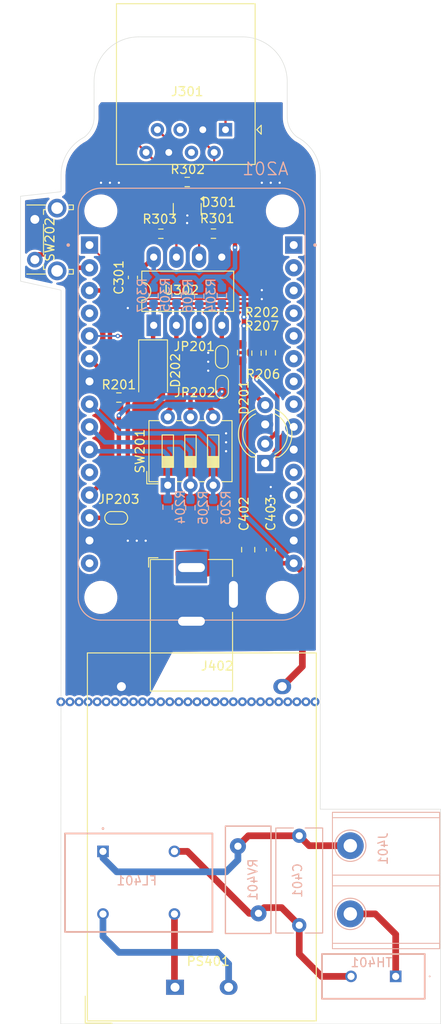
<source format=kicad_pcb>
(kicad_pcb (version 20240108) (generator "pcbnew") (generator_version "8.0")
  (layers (0 "F.Cu" signal) (31 "B.Cu" signal) (34 "B.Paste" user) (35 "F.Paste" user) (36 "B.SilkS" user "B.Silkscreen") (37 "F.SilkS" user "F.Silkscreen") (38 "B.Mask" user) (39 "F.Mask" user) (44 "Edge.Cuts" user))
  (net 0 "")
  (net 1 "/ESP8266-devkit/DIP_2")
  (net 7 "GND")
  (net 13 "/ESP8266-devkit/DIP_1")
  (net 15 "/ESP8266-devkit/DIP_3")
  (net 16 "/ESP8266-devkit/BTN_CONN")
  (net 18 "Net-(A201B-D9)")
  (net 19 "Net-(A201B-D10)")
  (net 20 "+5V")
  (net 21 "+3V3")
  (net 22 "/ESP8266-devkit/LED_1")
  (net 23 "Net-(D201-GA)")
  (net 24 "Net-(D201-BA)")
  (net 26 "Net-(C401-Pad1)")
  (net 27 "Net-(J401-Pin_1)")
  (net 28 "RX-485")
  (net 29 "/ESP8266-devkit/RXD")
  (net 30 "/ESP8266-devkit/TXD")
  (net 31 "TX-485")
  (net 32 "DE-485")
  (net 33 "A")
  (net 34 "B")
  (net 35 "Net-(D201-RA)")
  (net 36 "/ESP8266-devkit/LED_2")
  (net 37 "Net-(J401-Pin_2)")
  (net 38 "Net-(PS401-AC_2)")
  (net 39 "Net-(PS401-AC_1)")
  (footprint "Manupa:small_jumper-bridged" (layer "F.Cu") (at 241.240043 77.40972 90)
    (property "Reference" "JP201" (at 1.116378 -2.799908 0) (layer "F.SilkS"))
    (property "Value" "Jumper_2_Small_Bridged" (hide yes))
    (pad "1" smd custom (at -0.59028 0.275842 90) (size 0.825 0.5) (layers "F.Cu" "F.Mask") (net 30 "/ESP8266-devkit/TXD") (options (clearance outline) (anchor rect)) (primitives (gr_poly (pts (xy 0.4375 0.5) (xy -0.0625 0.5) (xy -0.0625 -0.5) (xy 0.4375 -0.5)) (width 0) (fill yes)) (gr_circle (center -0.0625 0) (end 0.4375 0) (width 0) (fill yes)) (gr_poly (pts (xy 0.956285 0.172044) (xy 0.166267 0.170121) (xy 0.165697 -0.196713) (xy 0.955715 -0.19479)) (width 0) (fill yes))))
    (pad "2" smd custom (at 0.49722 0.25415 90) (size 0.85 0.5) (layers "F.Cu" "F.Mask") (net 31 "TX-485") (options (clearance outline) (anchor rect)) (primitives (gr_poly (pts (xy 0.067701 0.521692) (xy -0.432299 0.521692) (xy -0.432299 -0.478308) (xy 0.067701 -0.478308)) (width 0) (fill yes)) (gr_circle (center 0.067701 0.021692) (end 0.567701 0.021692) (width 0) (fill yes))))
  )
  (footprint "Capacitor_SMD:C_0805_2012Metric_Pad1.18x1.45mm_HandSolder" (layer "F.Cu") (at 244.475 99 90)
    (property "Reference" "C402" (at 4 -0.475 -90) (layer "F.SilkS"))
    (property "Value" "10MFD/16V")
    (pad "1" smd roundrect (at -1.0375 0 90) (size 1.175 1.45) (layers "F.Cu" "F.Paste" "F.Mask") (roundrect_rratio 0.212766) (net 20 "+5V"))
    (pad "2" smd roundrect (at 1.0375 0 90) (size 1.175 1.45) (layers "F.Cu" "F.Paste" "F.Mask") (roundrect_rratio 0.212766) (net 7 "GND"))
  )
  (footprint "Button_Switch_THT:SW_Tactile_SPST_Angled_PTS645Vx39-2LFS" (layer "F.Cu") (at 220.59389 66.592407 90)
    (property "Reference" "SW202" (at 2.25 1.68 -90) (layer "F.SilkS"))
    (property "Value" "SW_Push")
    (pad "" thru_hole circle (at -1.25 2.49 90) (size 2.1 2.1) (drill 1.3) (layers "*.Cu" "*.Mask"))
    (pad "" thru_hole circle (at 5.76 2.49 90) (size 2.1 2.1) (drill 1.3) (layers "*.Cu" "*.Mask"))
    (pad "1" thru_hole circle (at 0 0 90) (size 1.75 1.75) (drill 0.99) (layers "*.Cu" "*.Mask") (net 16 "/ESP8266-devkit/BTN_CONN"))
    (pad "2" thru_hole circle (at 4.5 0 90) (size 1.75 1.75) (drill 0.99) (layers "*.Cu" "*.Mask") (net 7 "GND"))
  )
  (footprint "Resistor_SMD:R_0603_1608Metric_Pad0.98x0.95mm_HandSolder" (layer "F.Cu") (at 240.58655 63.6833)
    (property "Reference" "R301" (at 0.41345 -1.6833 0) (layer "F.SilkS"))
    (property "Value" "10K")
    (pad "1" smd roundrect (at -0.9125 0) (size 0.975 0.95) (layers "F.Cu" "F.Paste" "F.Mask") (net 33 "A"))
    (pad "2" smd roundrect (at 0.9125 0) (size 0.975 0.95) (layers "F.Cu" "F.Paste" "F.Mask") (net 20 "+5V"))
  )
  (footprint "Resistor_SMD:R_0603_1608Metric_Pad0.98x0.95mm_HandSolder" (layer "F.Cu") (at 237.6525 57.912 180)
    (property "Reference" "R302" (at -0.054888 1.414561 0) (layer "F.SilkS"))
    (property "Value" "120R")
    (pad "1" smd roundrect (at -0.9125 0 180) (size 0.975 0.95) (layers "F.Cu" "F.Paste" "F.Mask") (net 33 "A"))
    (pad "2" smd roundrect (at 0.9125 0 180) (size 0.975 0.95) (layers "F.Cu" "F.Paste" "F.Mask") (net 34 "B"))
  )
  (footprint "Resistor_SMD:R_0603_1608Metric_Pad0.98x0.95mm_HandSolder" (layer "F.Cu") (at 234.696 63.694083 180)
    (property "Reference" "R303" (at 0.119556 1.637023 180) (layer "F.SilkS"))
    (property "Value" "10K")
    (pad "1" smd roundrect (at -0.9125 0 180) (size 0.975 0.95) (layers "F.Cu" "F.Paste" "F.Mask") (net 34 "B"))
    (pad "2" smd roundrect (at 0.9125 0 180) (size 0.975 0.95) (layers "F.Cu" "F.Paste" "F.Mask") (net 7 "GND"))
  )
  (footprint "Diode_SMD:D_MELF" (layer "F.Cu") (at 233.830245 78.967652 -90)
    (property "Reference" "D202" (at 0 -2.5 90) (layer "F.SilkS"))
    (property "Value" "1N4148")
    (pad "1" smd roundrect (at -2.4 0 270) (size 1.5 2.7) (layers "F.Cu" "F.Paste" "F.Mask") (roundrect_rratio 0.1666666667) (net 28 "RX-485"))
    (pad "2" smd roundrect (at 2.4 0 270) (size 1.5 2.7) (layers "F.Cu" "F.Paste" "F.Mask") (roundrect_rratio 0.1666666667) (net 29 "/ESP8266-devkit/RXD"))
  )
  (footprint "Resistor_SMD:R_0603_1608Metric_Pad0.98x0.95mm_HandSolder" (layer "F.Cu") (at 243.800292 76.979517 90)
    (property "Reference" "R202" (at 4.490125 2.198976 0) (layer "F.SilkS"))
    (property "Value" "10K")
    (pad "1" smd roundrect (at -0.9125 0 90) (size 0.975 0.95) (layers "F.Cu" "F.Paste" "F.Mask") (net 35 "Net-(D201-RA)"))
    (pad "2" smd roundrect (at 0.9125 0 90) (size 0.975 0.95) (layers "F.Cu" "F.Paste" "F.Mask") (net 20 "+5V"))
  )
  (footprint "Resistor_SMD:R_0603_1608Metric_Pad0.98x0.95mm_HandSolder" (layer "F.Cu") (at 247 77 90)
    (property "Reference" "R206" (at -2.397789 -0.862067 0) (layer "F.SilkS"))
    (property "Value" "1K")
    (pad "1" smd roundrect (at -0.9125 0 90) (size 0.975 0.95) (layers "F.Cu" "F.Paste" "F.Mask") (net 23 "Net-(D201-GA)"))
    (pad "2" smd roundrect (at 0.9125 0 90) (size 0.975 0.95) (layers "F.Cu" "F.Paste" "F.Mask") (net 22 "/ESP8266-devkit/LED_1"))
  )
  (footprint "Button_Switch_THT:SW_DIP_SPSTx03_Slide_6.7x9.18mm_W7.62mm_P2.54mm_LowProfile" (layer "F.Cu") (at 235.475 91.8 90)
    (property "Reference" "SW201" (at 3.81 -3.11 -90) (layer "F.SilkS"))
    (property "Value" "SW_DIP_x03")
    (pad "1" thru_hole rect (at 0 0 90) (size 1.6 1.6) (drill 0.8) (layers "*.Cu" "*.Mask") (net 15 "/ESP8266-devkit/DIP_3"))
    (pad "2" thru_hole oval (at 0 2.54 90) (size 1.6 1.6) (drill 0.8) (layers "*.Cu" "*.Mask") (net 1 "/ESP8266-devkit/DIP_2"))
    (pad "3" thru_hole oval (at 0 5.08 90) (size 1.6 1.6) (drill 0.8) (layers "*.Cu" "*.Mask") (net 13 "/ESP8266-devkit/DIP_1"))
    (pad "4" thru_hole oval (at 7.62 5.08 90) (size 1.6 1.6) (drill 0.8) (layers "*.Cu" "*.Mask") (net 21 "+3V3"))
    (pad "5" thru_hole oval (at 7.62 2.54 90) (size 1.6 1.6) (drill 0.8) (layers "*.Cu" "*.Mask") (net 21 "+3V3"))
    (pad "6" thru_hole oval (at 7.62 0 90) (size 1.6 1.6) (drill 0.8) (layers "*.Cu" "*.Mask") (net 21 "+3V3"))
  )
  (footprint "Converter_ACDC:Converter_ACDC_Hi-Link_HLK-5Mxx" (layer "F.Cu") (at 236.285 147.9 90)
    (property "Reference" "PS401" (at 2.9 3.715 0) (layer "F.SilkS"))
    (property "Value" "HLK-5M05")
    (pad "1" thru_hole rect (at 0 0 90) (size 1.7 2) (drill 1) (layers "*.Cu" "*.Mask") (net 39 "Net-(PS401-AC_1)"))
    (pad "2" thru_hole oval (at 0 6 90) (size 1.7 2) (drill 1) (layers "*.Cu" "*.Mask") (net 38 "Net-(PS401-AC_2)"))
    (pad "3" thru_hole oval (at 33.6 -6 90) (size 1.7 2) (drill 1) (layers "*.Cu" "*.Mask") (net 7 "GND"))
    (pad "4" thru_hole oval (at 33.6 12 90) (size 1.7 2) (drill 1) (layers "*.Cu" "*.Mask") (net 20 "+5V"))
  )
  (footprint "Package_DIP:DIP-8_W7.62mm_LongPads" (layer "F.Cu") (at 233.898079 73.929 90)
    (property "Reference" "U302" (at 3.929 3.101921 0) (layer "F.SilkS"))
    (property "Value" "MAX485E")
    (pad "1" thru_hole rect (at 0 0 90) (size 2.4 1.6) (drill 0.8) (layers "*.Cu" "*.Mask") (net 28 "RX-485"))
    (pad "2" thru_hole oval (at 0 2.54 90) (size 2.4 1.6) (drill 0.8) (layers "*.Cu" "*.Mask") (net 32 "DE-485"))
    (pad "3" thru_hole oval (at 0 5.08 90) (size 2.4 1.6) (drill 0.8) (layers "*.Cu" "*.Mask") (net 32 "DE-485"))
    (pad "4" thru_hole oval (at 0 7.62 90) (size 2.4 1.6) (drill 0.8) (layers "*.Cu" "*.Mask") (net 31 "TX-485"))
    (pad "5" thru_hole oval (at 7.62 7.62 90) (size 2.4 1.6) (drill 0.8) (layers "*.Cu" "*.Mask") (net 7 "GND"))
    (pad "6" thru_hole oval (at 7.62 5.08 90) (size 2.4 1.6) (drill 0.8) (layers "*.Cu" "*.Mask") (net 33 "A"))
    (pad "7" thru_hole oval (at 7.62 2.54 90) (size 2.4 1.6) (drill 0.8) (layers "*.Cu" "*.Mask") (net 34 "B"))
    (pad "8" thru_hole oval (at 7.62 0 90) (size 2.4 1.6) (drill 0.8) (layers "*.Cu" "*.Mask") (net 20 "+5V"))
  )
  (footprint "LED_THT:LED_D5.0mm-4_RGB_Wide_Pins" (layer "F.Cu") (at 246.376298 89.318 90)
    (property "Reference" "D201" (at 7.318 -2.376298 90) (layer "F.SilkS"))
    (property "Value" "LED_BGKR")
    (pad "1" thru_hole rect (at 0 0 90) (size 1.8 1.8) (drill 0.9) (layers "*.Cu" "*.Mask") (net 24 "Net-(D201-BA)"))
    (pad "2" thru_hole circle (at 2.159 0 90) (size 1.8 1.8) (drill 0.9) (layers "*.Cu" "*.Mask") (net 23 "Net-(D201-GA)"))
    (pad "3" thru_hole circle (at 4.318 0 90) (size 1.8 1.8) (drill 0.9) (layers "*.Cu" "*.Mask") (net 7 "GND"))
    (pad "4" thru_hole circle (at 6.477 0 90) (size 1.8 1.8) (drill 0.9) (layers "*.Cu" "*.Mask") (net 35 "Net-(D201-RA)"))
  )
  (footprint "Manupa:small_jumper" (layer "F.Cu") (at 241.265384 80.753052 90)
    (property "Reference" "JP202" (at -0.685377 -2.77648 0) (layer "F.SilkS"))
    (property "Value" "SolderJumper_2_Open" (hide yes))
    (pad "1" smd custom (at -0.59028 0.275842 90) (size 0.825 0.5) (layers "F.Cu" "F.Mask") (net 18 "Net-(A201B-D9)") (options (clearance outline) (anchor rect)) (primitives (gr_poly (pts (xy 0.4375 0.5) (xy -0.0625 0.5) (xy -0.0625 -0.5) (xy 0.4375 -0.5)) (width 0) (fill yes)) (gr_circle (center -0.0625 0) (end 0.4375 0) (width 0) (fill yes))))
    (pad "2" smd custom (at 0.49722 0.25415 90) (size 0.85 0.5) (layers "F.Cu" "F.Mask") (net 30 "/ESP8266-devkit/TXD") (options (clearance outline) (anchor rect)) (primitives (gr_poly (pts (xy 0.067701 0.521692) (xy -0.432299 0.521692) (xy -0.432299 -0.478308) (xy 0.067701 -0.478308)) (width 0) (fill yes)) (gr_circle (center 0.067701 0.021692) (end 0.567701 0.021692) (width 0) (fill yes))))
  )
  (footprint "Resistor_SMD:R_0603_1608Metric_Pad0.98x0.95mm_HandSolder" (layer "F.Cu") (at 230 82)
    (property "Reference" "R201" (at 0 -1.43 0) (layer "F.SilkS"))
    (property "Value" "10K")
    (pad "1" smd roundrect (at -0.9125 0) (size 0.975 0.95) (layers "F.Cu" "F.Paste" "F.Mask") (net 21 "+3V3"))
    (pad "2" smd roundrect (at 0.9125 0) (size 0.975 0.95) (layers "F.Cu" "F.Paste" "F.Mask") (net 29 "/ESP8266-devkit/RXD"))
  )
  (footprint "Capacitor_SMD:C_0603_1608Metric_Pad1.08x0.95mm_HandSolder" (layer "F.Cu") (at 247.015 99 90)
    (property "Reference" "C403" (at 4 -0.015 -90) (layer "F.SilkS"))
    (property "Value" "0.1MFD/16V")
    (pad "1" smd roundrect (at -0.8625 0 90) (size 1.075 0.95) (layers "F.Cu" "F.Paste" "F.Mask") (net 20 "+5V"))
    (pad "2" smd roundrect (at 0.8625 0 90) (size 1.075 0.95) (layers "F.Cu" "F.Paste" "F.Mask") (net 7 "GND"))
  )
  (footprint "Connector_RJ:RJ45_Amphenol_54602-x08_Horizontal" (layer "F.Cu") (at 241.935 52.07 180)
    (property "Reference" "J301" (at 4.286134 4.263125 180) (layer "F.SilkS"))
    (property "Value" "RJ45")
    (pad "" np_thru_hole circle (at -1.27 6.35 180) (size 3.2 3.2) (drill 3.2) (layers "*.Cu" "*.Mask"))
    (pad "" np_thru_hole circle (at 10.16 6.35 180) (size 3.2 3.2) (drill 3.2) (layers "*.Cu" "*.Mask"))
    (pad "1" thru_hole rect (at 0 0 180) (size 1.5 1.5) (drill 0.76) (layers "*.Cu" "*.Mask") (net 34 "B"))
    (pad "2" thru_hole circle (at 1.27 -2.54 180) (size 1.5 1.5) (drill 0.76) (layers "*.Cu" "*.Mask") (net 33 "A"))
    (pad "3" thru_hole circle (at 2.54 0 180) (size 1.5 1.5) (drill 0.76) (layers "*.Cu" "*.Mask") (net 7 "GND"))
    (pad "4" thru_hole circle (at 3.81 -2.54 180) (size 1.5 1.5) (drill 0.76) (layers "*.Cu" "*.Mask"))
    (pad "5" thru_hole circle (at 5.08 0 180) (size 1.5 1.5) (drill 0.76) (layers "*.Cu" "*.Mask"))
    (pad "6" thru_hole circle (at 6.35 -2.54 180) (size 1.5 1.5) (drill 0.76) (layers "*.Cu" "*.Mask") (net 7 "GND"))
    (pad "7" thru_hole circle (at 7.62 0 180) (size 1.5 1.5) (drill 0.76) (layers "*.Cu" "*.Mask") (net 33 "A"))
    (pad "8" thru_hole circle (at 8.89 -2.54 180) (size 1.5 1.5) (drill 0.76) (layers "*.Cu" "*.Mask") (net 34 "B"))
  )
  (footprint "Resistor_SMD:R_0603_1608Metric_Pad0.98x0.95mm_HandSolder" (layer "F.Cu") (at 245.406404 77.04064 90)
    (property "Reference" "R207" (at 3.04064 0.593596 0) (layer "F.SilkS"))
    (property "Value" "1K")
    (pad "1" smd roundrect (at -0.9125 0 90) (size 0.975 0.95) (layers "F.Cu" "F.Paste" "F.Mask") (net 24 "Net-(D201-BA)"))
    (pad "2" smd roundrect (at 0.9125 0 90) (size 0.975 0.95) (layers "F.Cu" "F.Paste" "F.Mask") (net 36 "/ESP8266-devkit/LED_2"))
  )
  (footprint "Package_TO_SOT_SMD:SOT-23" (layer "F.Cu") (at 237.6525 60.96 -90)
    (property "Reference" "D301" (at -0.775655 -3.536966 0) (layer "F.SilkS"))
    (property "Value" "SM712_SOT23")
    (pad "1" smd roundrect (at -0.9375 -0.95 270) (size 1.475 0.6) (layers "F.Cu" "F.Paste" "F.Mask") (net 33 "A"))
    (pad "2" smd roundrect (at -0.9375 0.95 270) (size 1.475 0.6) (layers "F.Cu" "F.Paste" "F.Mask") (net 34 "B"))
    (pad "3" smd roundrect (at 0.9375 0 270) (size 1.475 0.6) (layers "F.Cu" "F.Paste" "F.Mask") (net 7 "GND"))
  )
  (footprint "Connector_BarrelJack:BarrelJack_Horizontal" (layer "F.Cu") (at 238.125 101 90)
    (property "Reference" "J402" (at -11 2.875 0) (layer "F.SilkS"))
    (property "Value" "Barrel_Jack_Switch_Pin3Ring" (hide yes))
    (pad "1" thru_hole rect (at 0 0 90) (size 3.5 3.5) (drill oval 1 3) (layers "*.Cu" "*.Mask") (net 20 "+5V"))
    (pad "2" thru_hole roundrect (at -6 0 90) (size 3 3.5) (drill oval 1 3) (layers "*.Cu" "*.Mask") (net 7 "GND"))
    (pad "3" thru_hole roundrect (at -3 4.7 90) (size 3.5 3.5) (drill oval 3 1) (layers "*.Cu" "*.Mask") (net 7 "GND"))
  )
  (footprint "Manupa:small_jumper" (layer "F.Cu") (at 229.745676 95.164571)
    (property "Reference" "JP203" (at 0.254324 -1.8 0) (layer "F.SilkS"))
    (property "Value" "SolderJumper_2_Open" (hide yes))
    (pad "1" smd custom (at -0.59028 0.275842) (size 0.825 0.5) (layers "F.Cu" "F.Mask") (net 19 "Net-(A201B-D10)") (options (clearance outline) (anchor rect)) (primitives (gr_poly (pts (xy 0.4375 0.5) (xy -0.0625 0.5) (xy -0.0625 -0.5) (xy 0.4375 -0.5)) (width 0) (fill yes)) (gr_circle (center -0.0625 0) (end 0.4375 0) (width 0) (fill yes))))
    (pad "2" smd custom (at 0.49722 0.25415) (size 0.85 0.5) (layers "F.Cu" "F.Mask") (net 29 "/ESP8266-devkit/RXD") (options (clearance outline) (anchor rect)) (primitives (gr_poly (pts (xy 0.067701 0.521692) (xy -0.432299 0.521692) (xy -0.432299 -0.478308) (xy 0.067701 -0.478308)) (width 0) (fill yes)) (gr_circle (center 0.067701 0.021692) (end 0.567701 0.021692) (width 0) (fill yes))))
  )
  (footprint "Capacitor_SMD:C_0603_1608Metric_Pad1.08x0.95mm_HandSolder" (layer "F.Cu") (at 231.572806 68.58 -90)
    (property "Reference" "C301" (at 0 1.572806 90) (layer "F.SilkS"))
    (property "Value" "0.1MFD/16V")
    (pad "1" smd roundrect (at -0.8625 0 270) (size 1.075 0.95) (layers "F.Cu" "F.Paste" "F.Mask") (net 20 "+5V"))
    (pad "2" smd roundrect (at 0.8625 0 270) (size 1.075 0.95) (layers "F.Cu" "F.Paste" "F.Mask") (net 7 "GND"))
  )
  (footprint "Resistor_SMD:R_0603_1608Metric_Pad0.98x0.95mm_HandSolder" (layer "B.Cu") (at 241.527483 70.612816 90)
    (property "Reference" "R304" (at 0.027837 -1.22268 90) (layer "B.SilkS") (effects (justify mirror)))
    (property "Value" "10K")
    (pad "1" smd roundrect (at -0.9125 0 90) (size 0.975 0.95) (layers "B.Cu" "B.Paste" "B.Mask") (net 31 "TX-485"))
    (pad "2" smd roundrect (at 0.9125 0 90) (size 0.975 0.95) (layers "B.Cu" "B.Paste" "B.Mask") (net 20 "+5V"))
  )
  (footprint "Resistor_SMD:R_0603_1608Metric_Pad0.98x0.95mm_HandSolder" (layer "B.Cu") (at 240.551953 94.313039 90)
    (property "Reference" "R203" (at 0 1.43 -90) (layer "B.SilkS") (effects (justify mirror)))
    (property "Value" "10K")
    (pad "1" smd roundrect (at -0.9125 0 90) (size 0.975 0.95) (layers "B.Cu" "B.Paste" "B.Mask") (net 7 "GND"))
    (pad "2" smd roundrect (at 0.9125 0 90) (size 0.975 0.95) (layers "B.Cu" "B.Paste" "B.Mask") (net 13 "/ESP8266-devkit/DIP_1"))
  )
  (footprint "Resistor_SMD:R_0603_1608Metric_Pad0.98x0.95mm_HandSolder" (layer "B.Cu") (at 238.991461 70.67751 90)
    (property "Reference" "R306" (at 0.051891 -1.28765 90) (layer "B.SilkS") (effects (justify mirror)))
    (property "Value" "10K")
    (pad "1" smd roundrect (at -0.9125 0 90) (size 0.975 0.95) (layers "B.Cu" "B.Paste" "B.Mask") (net 32 "DE-485"))
    (pad "2" smd roundrect (at 0.9125 0 90) (size 0.975 0.95) (layers "B.Cu" "B.Paste" "B.Mask") (net 20 "+5V"))
  )
  (footprint "Resistor_SMD:R_0603_1608Metric_Pad0.98x0.95mm_HandSolder" (layer "B.Cu") (at 236.454468 70.556285 90)
    (property "Reference" "R305" (at 0.048378 -1.264966 90) (layer "B.SilkS") (effects (justify mirror)))
    (property "Value" "10K")
    (pad "1" smd roundrect (at -0.9125 0 90) (size 0.975 0.95) (layers "B.Cu" "B.Paste" "B.Mask") (net 32 "DE-485"))
    (pad "2" smd roundrect (at 0.9125 0 90) (size 0.975 0.95) (layers "B.Cu" "B.Paste" "B.Mask") (net 20 "+5V"))
  )
  (footprint "Varistor:RV_Disc_D12mm_W5.1mm_P7.5mm" (layer "B.Cu") (at 243.325 132.14 -90)
    (property "Reference" "RV401" (at 3.75 -1.675 90) (layer "B.SilkS") (effects (justify mirror)))
    (property "Value" "10D561")
    (pad "1" thru_hole circle (at 0 0 270) (size 1.8 1.8) (drill 0.8) (layers "*.Cu" "*.Mask") (net 27 "Net-(J401-Pin_1)"))
    (pad "2" thru_hole circle (at 7.5 -2.3 270) (size 1.8 1.8) (drill 0.8) (layers "*.Cu" "*.Mask") (net 26 "Net-(C401-Pad1)"))
  )
  (footprint "Resistor_SMD:R_0603_1608Metric_Pad0.98x0.95mm_HandSolder" (layer "B.Cu") (at 233.880602 70.612816 90)
    (property "Reference" "R307" (at 0.036155 -1.275718 90) (layer "B.SilkS") (effects (justify mirror)))
    (property "Value" "10K")
    (pad "1" smd roundrect (at -0.9125 0 90) (size 0.975 0.95) (layers "B.Cu" "B.Paste" "B.Mask") (net 28 "RX-485"))
    (pad "2" smd roundrect (at 0.9125 0 90) (size 0.975 0.95) (layers "B.Cu" "B.Paste" "B.Mask") (net 20 "+5V"))
  )
  (footprint "footprints:B57236S0250M000" (layer "B.Cu") (at 260.985 146.685 180)
    (property "Reference" "TH401" (at 2.718171 1.544251 180) (layer "B.SilkS") (effects (justify mirror)))
    (property "Value" "Thermistor" (hide yes))
    (pad "1" thru_hole rect (at 0 0 180) (size 1.3 1.3) (drill 0.8) (layers "*.Cu" "*.Mask") (net 37 "Net-(J401-Pin_2)"))
    (pad "2" thru_hole circle (at 5 0 180) (size 1.3 1.3) (drill 0.8) (layers "*.Cu" "*.Mask") (net 26 "Net-(C401-Pad1)"))
  )
  (footprint "Resistor_SMD:R_0603_1608Metric_Pad0.98x0.95mm_HandSolder" (layer "B.Cu") (at 238 94.313039 90)
    (property "Reference" "R205" (at 0 1.43 -90) (layer "B.SilkS") (effects (justify mirror)))
    (property "Value" "10K")
    (pad "1" smd roundrect (at -0.9125 0 90) (size 0.975 0.95) (layers "B.Cu" "B.Paste" "B.Mask") (net 7 "GND"))
    (pad "2" smd roundrect (at 0.9125 0 90) (size 0.975 0.95) (layers "B.Cu" "B.Paste" "B.Mask") (net 1 "/ESP8266-devkit/DIP_2"))
  )
  (footprint "Resistor_SMD:R_0603_1608Metric_Pad0.98x0.95mm_HandSolder" (layer "B.Cu") (at 235.452129 94.240538 90)
    (property "Reference" "R204" (at 0 1.43 -90) (layer "B.SilkS") (effects (justify mirror)))
    (property "Value" "10K")
    (pad "1" smd roundrect (at -0.9125 0 90) (size 0.975 0.95) (layers "B.Cu" "B.Paste" "B.Mask") (net 7 "GND"))
    (pad "2" smd roundrect (at 0.9125 0 90) (size 0.975 0.95) (layers "B.Cu" "B.Paste" "B.Mask") (net 15 "/ESP8266-devkit/DIP_3"))
  )
  (footprint "113990105:SEEED_113990105" (layer "B.Cu") (at 238.141075 82.738728 180)
    (property "Reference" "A201" (at -8.255 26.289 180) (layer "B.SilkS") (effects (font (size 1.4 1.4)) (justify mirror)))
    (property "Value" "113990105")
    (pad "" np_thru_hole circle (at -10.16 -21.59 180) (size 3.2 3.2) (drill 3.2) (layers "*.Cu" "*.Mask"))
    (pad "" np_thru_hole circle (at -10.16 21.59 180) (size 3.2 3.2) (drill 3.2) (layers "*.Cu" "*.Mask"))
    (pad "" np_thru_hole circle (at 10.16 -21.59 180) (size 3.2 3.2) (drill 3.2) (layers "*.Cu" "*.Mask"))
    (pad "" np_thru_hole circle (at 10.16 21.59 180) (size 3.2 3.2) (drill 3.2) (layers "*.Cu" "*.Mask"))
    (pad "J1_1" thru_hole rect (at -11.43 17.78 180) (size 1.93 1.93) (drill 0.889) (layers "*.Cu" "*.Mask"))
    (pad "J1_2" thru_hole circle (at -11.43 15.24 180) (size 1.93 1.93) (drill 0.889) (layers "*.Cu" "*.Mask"))
    (pad "J1_3" thru_hole circle (at -11.43 12.7 180) (size 1.93 1.93) (drill 0.889) (layers "*.Cu" "*.Mask"))
    (pad "J1_4" thru_hole circle (at -11.43 10.16 180) (size 1.93 1.93) (drill 0.889) (layers "*.Cu" "*.Mask"))
    (pad "J1_5" thru_hole circle (at -11.43 7.62 180) (size 1.93 1.93) (drill 0.889) (layers "*.Cu" "*.Mask"))
    (pad "J1_6" thru_hole circle (at -11.43 5.08 180) (size 1.93 1.93) (drill 0.889) (layers "*.Cu" "*.Mask"))
    (pad "J1_7" thru_hole circle (at -11.43 2.54 180) (size 1.93 1.93) (drill 0.889) (layers "*.Cu" "*.Mask"))
    (pad "J1_8" thru_hole circle (at -11.43 0 180) (size 1.93 1.93) (drill 0.889) (layers "*.Cu" "*.Mask"))
    (pad "J1_9" thru_hole circle (at -11.43 -2.54 180) (size 1.93 1.93) (drill 0.889) (layers "*.Cu" "*.Mask"))
    (pad "J1_10" thru_hole circle (at -11.43 -5.08 180) (size 1.93 1.93) (drill 0.889) (layers "*.Cu" "*.Mask") (net 7 "GND"))
    (pad "J1_11" thru_hole circle (at -11.43 -7.62 180) (size 1.93 1.93) (drill 0.889) (layers "*.Cu" "*.Mask"))
    (pad "J1_12" thru_hole circle (at -11.43 -10.16 180) (size 1.93 1.93) (drill 0.889) (layers "*.Cu" "*.Mask"))
    (pad "J1_13" thru_hole circle (at -11.43 -12.7 180) (size 1.93 1.93) (drill 0.889) (layers "*.Cu" "*.Mask"))
    (pad "J1_14" thru_hole circle (at -11.43 -15.24 180) (size 1.93 1.93) (drill 0.889) (layers "*.Cu" "*.Mask") (net 7 "GND"))
    (pad "J1_15" thru_hole circle (at -11.43 -17.78 180) (size 1.93 1.93) (drill 0.889) (layers "*.Cu" "*.Mask") (net 20 "+5V"))
    (pad "J2_1" thru_hole rect (at 11.43 17.78 180) (size 1.93 1.93) (drill 0.889) (layers "*.Cu" "*.Mask") (net 22 "/ESP8266-devkit/LED_1"))
    (pad "J2_2" thru_hole circle (at 11.43 15.24 180) (size 1.93 1.93) (drill 0.889) (layers "*.Cu" "*.Mask") (net 16 "/ESP8266-devkit/BTN_CONN"))
    (pad "J2_3" thru_hole circle (at 11.43 12.7 180) (size 1.93 1.93) (drill 0.889) (layers "*.Cu" "*.Mask") (net 32 "DE-485"))
    (pad "J2_4" thru_hole circle (at 11.43 10.16 180) (size 1.93 1.93) (drill 0.889) (layers "*.Cu" "*.Mask"))
    (pad "J2_5" thru_hole circle (at 11.43 7.62 180) (size 1.93 1.93) (drill 0.889) (layers "*.Cu" "*.Mask") (net 36 "/ESP8266-devkit/LED_2"))
    (pad "J2_6" thru_hole circle (at 11.43 5.08 180) (size 1.93 1.93) (drill 0.889) (layers "*.Cu" "*.Mask") (net 21 "+3V3"))
    (pad "J2_7" thru_hole circle (at 11.43 2.54 180) (size 1.93 1.93) (drill 0.889) (layers "*.Cu" "*.Mask") (net 7 "GND"))
    (pad "J2_8" thru_hole circle (at 11.43 0 180) (size 1.93 1.93) (drill 0.889) (layers "*.Cu" "*.Mask") (net 13 "/ESP8266-devkit/DIP_1"))
    (pad "J2_9" thru_hole circle (at 11.43 -2.54 180) (size 1.93 1.93) (drill 0.889) (layers "*.Cu" "*.Mask") (net 1 "/ESP8266-devkit/DIP_2"))
    (pad "J2_10" thru_hole circle (at 11.43 -5.08 180) (size 1.93 1.93) (drill 0.889) (layers "*.Cu" "*.Mask") (net 15 "/ESP8266-devkit/DIP_3"))
    (pad "J2_11" thru_hole circle (at 11.43 -7.62 180) (size 1.93 1.93) (drill 0.889) (layers "*.Cu" "*.Mask"))
    (pad "J2_12" thru_hole circle (at 11.43 -10.16 180) (size 1.93 1.93) (drill 0.889) (layers "*.Cu" "*.Mask") (net 18 "Net-(A201B-D9)"))
    (pad "J2_13" thru_hole circle (at 11.43 -12.7 180) (size 1.93 1.93) (drill 0.889) (layers "*.Cu" "*.Mask") (net 19 "Net-(A201B-D10)"))
    (pad "J2_14" thru_hole circle (at 11.43 -15.24 180) (size 1.93 1.93) (drill 0.889) (layers "*.Cu" "*.Mask") (net 7 "GND"))
    (pad "J2_15" thru_hole circle (at 11.43 -17.78 180) (size 1.93 1.93) (drill 0.889) (layers "*.Cu" "*.Mask") (net 21 "+3V3"))
  )
  (footprint "footprints:P=7.62mm Barrier Terminal Blocks azend" (layer "B.Cu") (at 266.255 135.92 90)
    (property "Reference" "J401" (at 3.5 -6.675 90) (layer "B.SilkS") (effects (justify mirror)))
    (property "Value" "7.62mm 2-Pin Screw Terminal")
    (pad "1" thru_hole circle (at 3.84 -10.35 90) (size 3 3) (drill 1.5) (layers "*.Cu" "*.Mask") (net 27 "Net-(J401-Pin_1)"))
    (pad "2" thru_hole circle (at -3.78 -10.35 90) (size 3 3) (drill 1.5) (layers "*.Cu" "*.Mask") (net 37 "Net-(J401-Pin_2)"))
  )
  (footprint "Capacitor_THT:C_Rect_L11.5mm_W5.0mm_P10.00mm_MKT" (layer "B.Cu") (at 250.19 140.97 90)
    (property "Reference" "C401" (at 5 -0.19 -90) (layer "B.SilkS") (effects (justify mirror)))
    (property "Value" "0.1MFD/250VAC")
    (pad "1" thru_hole circle (at 0 0 90) (size 1.6 1.6) (drill 0.8) (layers "*.Cu" "*.Mask") (net 26 "Net-(C401-Pad1)"))
    (pad "2" thru_hole circle (at 10 0 90) (size 1.6 1.6) (drill 0.8) (layers "*.Cu" "*.Mask") (net 27 "Net-(J401-Pin_1)"))
  )
  (footprint "Manupa:B82730U3951A020" (layer "B.Cu") (at 228.22 132.715)
    (property "Reference" "FL401" (at 3.78 3.285 180) (layer "B.SilkS") (effects (justify mirror)))
    (property "Value" "10mH" (hide yes))
    (pad "1" thru_hole rect (at 0 0) (size 1.3 1.3) (drill 0.8) (layers "*.Cu" "*.Mask") (net 27 "Net-(J401-Pin_1)"))
    (pad "2" thru_hole circle (at 8 0) (size 1.3 1.3) (drill 0.8) (layers "*.Cu" "*.Mask") (net 26 "Net-(C401-Pad1)"))
    (pad "3" thru_hole circle (at 8 7) (size 1.3 1.3) (drill 0.8) (layers "*.Cu" "*.Mask") (net 39 "Net-(PS401-AC_1)"))
    (pad "4" thru_hole circle (at 0 7) (size 1.3 1.3) (drill 0.8) (layers "*.Cu" "*.Mask") (net 38 "Net-(PS401-AC_2)"))
  )
  (gr_line (start 219 69) (end 223.527833 70) (stroke (width 0.05)) (layer "Edge.Cuts"))
  (gr_line (start 227.22264 46.695836) (end 227.226851 50.698479) (stroke (width 0.05)) (layer "Edge.Cuts"))
  (gr_arc (start 227.22264 46.695836) (mid 228.687106 43.160302) (end 232.22264 41.695836) (stroke (width 0.05)) (layer "Edge.Cuts"))
  (gr_line (start 223.494367 152) (end 223.527833 107.160302) (stroke (width 0.05)) (layer "Edge.Cuts"))
  (gr_line (start 219 69) (end 219 59.5) (stroke (width 0.05)) (layer "Edge.Cuts"))
  (gr_line (start 248.843599 46.695836) (end 248.843166 50.700595) (stroke (width 0.05)) (layer "Edge.Cuts"))
  (gr_line (start 219 59.5) (end 223.527833 59) (stroke (width 0.05)) (layer "Edge.Cuts"))
  (gr_line (start 266 152) (end 223.494367 152) (stroke (width 0.05)) (layer "Edge.Cuts"))
  (gr_arc (start 249.967294 52.903422) (mid 249.149749 51.932547) (end 248.844414 50.700577) (stroke (width 0.05)) (layer "Edge.Cuts"))
  (gr_line (start 232.22264 41.695836) (end 243.843599 41.695836) (stroke (width 0.05)) (layer "Edge.Cuts"))
  (gr_arc (start 243.843599 41.695836) (mid 247.379133 43.160302) (end 248.843599 46.695836) (stroke (width 0.05)) (layer "Edge.Cuts"))
  (gr_arc (start 223.527833 57.160302) (mid 224.222247 54.678738) (end 226.10378 52.917998) (stroke (width 0.05)) (layer "Edge.Cuts"))
  (gr_line (start 252.542089 109.115504) (end 252.54324 57.145727) (stroke (width 0.05)) (layer "Edge.Cuts"))
  (gr_arc (start 227.226851 50.698479) (mid 226.9251 51.939688) (end 226.10378 52.917997) (stroke (width 0.05)) (layer "Edge.Cuts"))
  (gr_line (start 223.527833 59) (end 223.527833 57.160302) (stroke (width 0.05)) (layer "Edge.Cuts"))
  (gr_line (start 252.542089 109.115504) (end 252.543205 128) (stroke (width 0.05)) (layer "Edge.Cuts"))
  (gr_arc (start 249.967293 52.903423) (mid 251.848826 54.664163) (end 252.54324 57.145727) (stroke (width 0.05)) (layer "Edge.Cuts"))
  (gr_line (start 252.543205 128) (end 266 128) (stroke (width 0.05)) (layer "Edge.Cuts"))
  (gr_line (start 266 128) (end 266 152) (stroke (width 0.05)) (layer "Edge.Cuts"))
  (gr_line (start 223.527833 107.160302) (end 223.527833 70) (stroke (width 0.05)) (layer "Edge.Cuts"))
  (via (at 235.696 116) (size 1) (drill 0.5) (layers "F.Cu" "B.Cu") (net 0))
  (via (at 225.536 116) (size 1) (drill 0.5) (layers "F.Cu" "B.Cu") (net 0))
  (via (at 239.76 116) (size 1) (drill 0.5) (layers "F.Cu" "B.Cu") (net 0))
  (via (at 248.904 116) (size 1) (drill 0.5) (layers "F.Cu" "B.Cu") (net 0))
  (via (at 246.872 116) (size 1) (drill 0.5) (layers "F.Cu" "B.Cu") (net 0))
  (via (at 249.92 116) (size 1) (drill 0.5) (layers "F.Cu" "B.Cu") (net 0))
  (via (at 251.952 116) (size 1) (drill 0.5) (layers "F.Cu" "B.Cu") (net 0))
  (via (at 243.824 116) (size 1) (drill 0.5) (layers "F.Cu" "B.Cu") (net 0))
  (via (at 232.648 116) (size 1) (drill 0.5) (layers "F.Cu" "B.Cu") (net 0))
  (via (at 247.888 116) (size 1) (drill 0.5) (layers "F.Cu" "B.Cu") (net 0))
  (via (at 241.792 116) (size 1) (drill 0.5) (layers "F.Cu" "B.Cu") (net 0))
  (via (at 224.52 116) (size 1) (drill 0.5) (layers "F.Cu" "B.Cu") (net 0))
  (via (at 240.776 116) (size 1) (drill 0.5) (layers "F.Cu" "B.Cu") (net 0))
  (via (at 237.728 116) (size 1) (drill 0.5) (layers "F.Cu" "B.Cu") (net 0))
  (via (at 250.936 116) (size 1) (drill 0.5) (layers "F.Cu" "B.Cu") (net 0))
  (via (at 230.616 116) (size 1) (drill 0.5) (layers "F.Cu" "B.Cu") (net 0))
  (via (at 231.632 116) (size 1) (drill 0.5) (layers "F.Cu" "B.Cu") (net 0))
  (via (at 226.552 116) (size 1) (drill 0.5) (layers "F.Cu" "B.Cu") (net 0))
  (via (at 233.664 116) (size 1) (drill 0.5) (layers "F.Cu" "B.Cu") (net 0))
  (via (at 236.712 116) (size 1) (drill 0.5) (layers "F.Cu" "B.Cu") (net 0))
  (via (at 245.856 116) (size 1) (drill 0.5) (layers "F.Cu" "B.Cu") (net 0))
  (via (at 228.584 116) (size 1) (drill 0.5) (layers "F.Cu" "B.Cu") (net 0))
  (via (at 238.744 116) (size 1) (drill 0.5) (layers "F.Cu" "B.Cu") (net 0))
  (via (at 242.808 116) (size 1) (drill 0.5) (layers "F.Cu" "B.Cu") (net 0))
  (via (at 234.68 116) (size 1) (drill 0.5) (layers "F.Cu" "B.Cu") (net 0))
  (via (at 229.6 116) (size 1) (drill 0.5) (layers "F.Cu" "B.Cu") (net 0))
  (via (at 227.568 116) (size 1) (drill 0.5) (layers "F.Cu" "B.Cu") (net 0))
  (via (at 223.504 116) (size 1) (drill 0.5) (layers "F.Cu" "B.Cu") (net 0))
  (via (at 244.84 116) (size 1) (drill 0.5) (layers "F.Cu" "B.Cu") (net 0))
  (segment (start 226.711075 85.278728) (end 228.432347 87) (width 0.5) (layer "B.Cu") (net 1))
  (segment (start 237 87) (end 238.015 88.015) (width 0.5) (layer "B.Cu") (net 1))
  (segment (start 238.015 88.015) (end 238.015 91.8) (width 0.5) (layer "B.Cu") (net 1))
  (segment (start 228.432347 87) (end 237 87) (width 0.5) (layer "B.Cu") (net 1))
  (segment (start 238 93.400539) (end 238 91.815) (width 0.5) (layer "B.Cu") (net 1))
  (segment (start 238 91.815) (end 238.015 91.8) (width 0.5) (layer "B.Cu") (net 1))
  (via (at 242 88) (size 0.5) (drill 0.25) (layers "F.Cu" "B.Cu") (net 7))
  (via (at 247 93) (size 0.5) (drill 0.25) (layers "F.Cu" "B.Cu") (net 7))
  (via (at 228 58) (size 0.5) (drill 0.25) (layers "F.Cu" "B.Cu") (net 7))
  (via (at 232 98) (size 0.5) (drill 0.25) (layers "F.Cu" "B.Cu") (net 7))
  (via (at 247 58) (size 0.5) (drill 0.25) (layers "F.Cu" "B.Cu") (net 7))
  (via (at 247 92) (size 0.5) (drill 0.25) (layers "F.Cu" "B.Cu") (net 7))
  (via (at 230 58) (size 0.5) (drill 0.25) (layers "F.Cu" "B.Cu") (net 7))
  (via (at 229 58) (size 0.5) (drill 0.25) (layers "F.Cu" "B.Cu") (net 7))
  (via (at 231 98) (size 0.5) (drill 0.25) (layers "F.Cu" "B.Cu") (net 7))
  (via (at 237.638191 62.49964) (size 0.5) (drill 0.25) (layers "F.Cu" "B.Cu") (net 7))
  (via (at 242 87) (size 0.5) (drill 0.25) (layers "F.Cu" "B.Cu") (net 7))
  (via (at 246 70) (size 0.5) (drill 0.25) (layers "F.Cu" "B.Cu") (net 7))
  (via (at 242 86) (size 0.5) (drill 0.25) (layers "F.Cu" "B.Cu") (net 7))
  (via (at 246 71) (size 0.5) (drill 0.25) (layers "F.Cu" "B.Cu") (net 7))
  (via (at 247 93) (size 0.5) (drill 0.25) (layers "F.Cu" "B.Cu") (net 7))
  (via (at 237.664035 61.65542) (size 0.5) (drill 0.25) (layers "F.Cu" "B.Cu") (net 7))
  (via (at 233 98) (size 0.5) (drill 0.25) (layers "F.Cu" "B.Cu") (net 7))
  (via (at 247 94) (size 0.5) (drill 0.25) (layers "F.Cu" "B.Cu") (net 7))
  (via (at 240 77) (size 0.5) (drill 0.25) (layers "F.Cu" "B.Cu") (net 7))
  (via (at 231 72) (size 0.5) (drill 0.25) (layers "F.Cu" "B.Cu") (net 7))
  (via (at 240 79) (size 0.5) (drill 0.25) (layers "F.Cu" "B.Cu") (net 7))
  (via (at 240 78) (size 0.5) (drill 0.25) (layers "F.Cu" "B.Cu") (net 7))
  (via (at 248 58) (size 0.5) (drill 0.25) (layers "F.Cu" "B.Cu") (net 7))
  (via (at 246 58) (size 0.5) (drill 0.25) (layers "F.Cu" "B.Cu") (net 7))
  (segment (start 240.551953 93.400539) (end 240.551953 91.803047) (width 0.5) (layer "B.Cu") (net 13))
  (segment (start 240.555 87.555) (end 240.555 91.8) (width 0.5) (layer "B.Cu") (net 13))
  (segment (start 229.972347 86) (end 226.711075 82.738728) (width 0.5) (layer "B.Cu") (net 13))
  (segment (start 240.551953 91.803047) (end 240.555 91.8) (width 0.5) (layer "B.Cu") (net 13))
  (segment (start 239 86) (end 240.555 87.555) (width 0.5) (layer "B.Cu") (net 13))
  (segment (start 239 86) (end 229.972347 86) (width 0.5) (layer "B.Cu") (net 13))
  (segment (start 235.475 91.8) (end 235.475 93.305167) (width 0.5) (layer "B.Cu") (net 15))
  (segment (start 226.892347 88) (end 235 88) (width 0.5) (layer "B.Cu") (net 15))
  (segment (start 235 88) (end 235.475 88.475) (width 0.5) (layer "B.Cu") (net 15))
  (segment (start 226.711075 87.818728) (end 226.892347 88) (width 0.5) (layer "B.Cu") (net 15))
  (segment (start 235.475 93.305167) (end 235.452129 93.328038) (width 0.5) (layer "B.Cu") (net 15))
  (segment (start 235.475 88.475) (end 235.475 91.8) (width 0.5) (layer "B.Cu") (net 15))
  (segment (start 225.297549 67.498728) (end 223.798821 66) (width 0.5) (layer "F.Cu") (net 16))
  (segment (start 220.9875 66) (end 220.7125 66.275) (width 0.5) (layer "F.Cu") (net 16))
  (segment (start 226.711075 67.498728) (end 225.297549 67.498728) (width 0.5) (layer "F.Cu") (net 16))
  (segment (start 223.798821 66) (end 220.9875 66) (width 0.5) (layer "F.Cu") (net 16))
  (segment (start 230 89.609803) (end 226.711075 92.898728) (width 0.5) (layer "F.Cu") (net 18))
  (segment (start 230 84) (end 230 89.609803) (width 0.5) (layer "F.Cu") (net 18))
  (via (at 230 84) (size 0.5) (drill 0.25) (layers "F.Cu" "B.Cu") (net 18))
  (via (at 241.541226 81.343332) (size 0.5) (drill 0.25) (layers "F.Cu" "B.Cu") (net 18))
  (segment (start 230 84) (end 231 83) (width 0.5) (layer "B.Cu") (net 18))
  (segment (start 234.969587 82) (end 240.884558 82) (width 0.5) (layer "B.Cu") (net 18))
  (segment (start 233.969587 83) (end 234.969587 82) (width 0.5) (layer "B.Cu") (net 18))
  (segment (start 231 83) (end 233.969587 83) (width 0.5) (layer "B.Cu") (net 18))
  (segment (start 240.884558 82) (end 241.541226 81.343332) (width 0.5) (layer "B.Cu") (net 18))
  (segment (start 226.71276 95.440413) (end 226.711075 95.438728) (width 0.5) (layer "F.Cu") (net 19))
  (segment (start 229.155396 95.440413) (end 226.71276 95.440413) (width 0.5) (layer "F.Cu") (net 19))
  (segment (start 243 64.520047) (end 242.163253 63.6833) (width 0.5) (layer "F.Cu") (net 20))
  (segment (start 244.475 100.0375) (end 239.0875 100.0375) (width 0.5) (layer "F.Cu") (net 20))
  (segment (start 244 73) (end 244 74) (width 0.5) (layer "F.Cu") (net 20))
  (segment (start 243 65.242468) (end 243 64.520047) (width 0.5) (layer "F.Cu") (net 20))
  (segment (start 250.536075 112.048925) (end 250.536075 101.483728) (width 0.75) (layer "F.Cu") (net 20))
  (segment (start 248.285 114.3) (end 250.536075 112.048925) (width 0.75) (layer "F.Cu") (net 20))
  (segment (start 242.163253 63.6833) (end 241.49905 63.6833) (width 0.5) (layer "F.Cu") (net 20))
  (segment (start 247.015 99.8625) (end 244.65 99.8625) (width 0.5) (layer "F.Cu") (net 20))
  (segment (start 232.489579 67.7175) (end 231.572806 67.7175) (width 0.5) (layer "F.Cu") (net 20))
  (segment (start 233.898079 66.309) (end 232.489579 67.7175) (width 0.5) (layer "F.Cu") (net 20))
  (segment (start 244.65 99.8625) (end 244.475 100.0375) (width 0.5) (layer "F.Cu") (net 20))
  (segment (start 239.0875 100.0375) (end 238.125 101) (width 0.5) (layer "F.Cu") (net 20))
  (segment (start 249.571075 100.518728) (end 247.671228 100.518728) (width 0.5) (layer "F.Cu") (net 20))
  (segment (start 250.536075 101.483728) (end 249.571075 100.518728) (width 0.75) (layer "F.Cu") (net 20))
  (segment (start 247.671228 100.518728) (end 247.015 99.8625) (width 0.5) (layer "F.Cu") (net 20))
  (segment (start 244 75.867309) (end 243.800292 76.067017) (width 0.5) (layer "F.Cu") (net 20))
  (segment (start 244 74) (end 244 75.867309) (width 0.5) (layer "F.Cu") (net 20))
  (via (at 244 74) (size 0.6) (drill 0.3) (layers "F.Cu" "B.Cu") (net 20))
  (via (at 244 73) (size 0.6) (drill 0.3) (layers "F.Cu" "B.Cu") (net 20))
  (via (at 243 65.242468) (size 0.5) (drill 0.25) (layers "F.Cu" "B.Cu") (net 20))
  (segment (start 233.880602 69.700316) (end 233.880602 69.119398) (width 0.5) (layer "B.Cu") (net 20))
  (segment (start 236.454468 68.939853) (end 236.803569 68.590752) (width 0.5) (layer "B.Cu") (net 20))
  (segment (start 238.482422 68.590752) (end 238.991461 69.099791) (width 0.5) (layer "B.Cu") (net 20))
  (segment (start 233.898079 67.946771) (end 234.475654 68.524346) (width 0.5) (layer "B.Cu") (net 20))
  (segment (start 233.898079 66.309) (end 233.898079 67.946771) (width 0.5) (layer "B.Cu") (net 20))
  (segment (start 234.475654 68.524346) (end 236 68.524346) (width 0.5) (layer "B.Cu") (net 20))
  (segment (start 236.454468 69.643785) (end 236.454468 68.978814) (width 0.5) (layer "B.Cu") (net 20))
  (segment (start 238.991461 69.76501) (end 239 69.756471) (width 0.5) (layer "B.Cu") (net 20))
  (segment (start 233.880602 69.119398) (end 234.475654 68.524346) (width 0.5) (layer "B.Cu") (net 20))
  (segment (start 241.527483 69.212996) (end 241.527483 69.700316) (width 0.5) (layer "B.Cu") (net 20))
  (segment (start 236.454468 68.978814) (end 236 68.524346) (width 0.5) (layer "B.Cu") (net 20))
  (segment (start 238.991461 69.099791) (end 238.991461 69.76501) (width 0.5) (layer "B.Cu") (net 20))
  (segment (start 238.991461 69.76501) (end 238.991461 69.095804) (width 0.5) (layer "B.Cu") (net 20))
  (segment (start 238.991461 69.095804) (end 239.583779 68.503486) (width 0.5) (layer "B.Cu") (net 20))
  (segment (start 236.454468 69.643785) (end 236.454468 68.939853) (width 0.5) (layer "B.Cu") (net 20))
  (segment (start 243 65.242468) (end 243 67.503486) (width 0.5) (layer "B.Cu") (net 20))
  (segment (start 242 68.503486) (end 244 70.503486) (width 0.5) (layer "B.Cu") (net 20))
  (segment (start 244 74) (end 244 94.947653) (width 0.5) (layer "B.Cu") (net 20))
  (segment (start 236.803569 68.590752) (end 238.482422 68.590752) (width 0.5) (layer "B.Cu") (net 20))
  (segment (start 239.583779 68.503486) (end 240.817973 68.503486) (width 0.5) (layer "B.Cu") (net 20))
  (segment (start 240.817973 68.503486) (end 241.527483 69.212996) (width 0.5) (layer "B.Cu") (net 20))
  (segment (start 242 68.503486) (end 240.817973 68.503486) (width 0.5) (layer "B.Cu") (net 20))
  (segment (start 244 70.503486) (end 244 73) (width 0.5) (layer "B.Cu") (net 20))
  (segment (start 244 94.947653) (end 249.571075 100.518728) (width 0.5) (layer "B.Cu") (net 20))
  (segment (start 243 67.503486) (end 242 68.503486) (width 0.5) (layer "B.Cu") (net 20))
  (segment (start 236 83) (end 238.015 83) (width 0.5) (layer "F.Cu") (net 21))
  (segment (start 229.0875 80.035153) (end 226.711075 77.658728) (width 0.5) (layer "F.Cu") (net 21))
  (segment (start 235.475 84.18) (end 235.475 83.525) (width 0.5) (layer "F.Cu") (net 21))
  (segment (start 240 83) (end 240.555 83.555) (width 0.5) (layer "F.Cu") (net 21))
  (segment (start 229.0875 82) (end 229.0875 81.077581) (width 0.5) (layer "F.Cu") (net 21))
  (segment (start 238.015 83) (end 240 83) (width 0.5) (layer "F.Cu") (net 21))
  (segment (start 229.0875 81.077581) (end 229.0875 80.183866) (width 0.5) (layer "F.Cu") (net 21))
  (segment (start 229.0875 80.183866) (end 229.0875 80.035153) (width 0.5) (layer "F.Cu") (net 21))
  (segment (start 238.015 83) (end 238.015 84.18) (width 0.5) (layer "F.Cu") (net 21))
  (segment (start 235.475 83.525) (end 236 83) (width 0.5) (layer "F.Cu") (net 21))
  (segment (start 240.555 83.555) (end 240.555 84.18) (width 0.5) (layer "F.Cu") (net 21))
  (segment (start 229.682946 79.58842) (end 236.593173 79.58842) (width 0.5) (layer "F.Cu") (net 21))
  (segment (start 236.593173 79.58842) (end 238.015 81.010247) (width 0.5) (layer "F.Cu") (net 21))
  (segment (start 229.0875 80.183866) (end 229.682946 79.58842) (width 0.5) (layer "F.Cu") (net 21))
  (segment (start 238.015 81.010247) (end 238.015 83) (width 0.5) (layer "F.Cu") (net 21))
  (segment (start 245 71) (end 231 71) (width 0.2) (layer "F.Cu") (net 22))
  (segment (start 231 71) (end 229 69) (width 0.2) (layer "F.Cu") (net 22))
  (segment (start 229 69) (end 229 67.247653) (width 0.2) (layer "F.Cu") (net 22))
  (segment (start 247 73) (end 245 71) (width 0.2) (layer "F.Cu") (net 22))
  (segment (start 247 76.0875) (end 247 73) (width 0.2) (layer "F.Cu") (net 22))
  (segment (start 229 67.247653) (end 226.711075 64.958728) (width 0.2) (layer "F.Cu") (net 22))
  (segment (start 247 77.9125) (end 247.726298 78.638798) (width 0.5) (layer "F.Cu") (net 23))
  (segment (start 247.726298 85.809) (end 246.376298 87.159) (width 0.5) (layer "F.Cu") (net 23))
  (segment (start 247.726298 78.638798) (end 247.726298 85.809) (width 0.5) (layer "F.Cu") (net 23))
  (segment (start 245.406404 79.971307) (end 245.435097 80) (width 0.5) (layer "F.Cu") (net 24))
  (segment (start 245.406404 77.95314) (end 245.406404 79.971307) (width 0.5) (layer "F.Cu") (net 24))
  (via (at 245.435097 80) (size 0.5) (drill 0.25) (layers "F.Cu" "B.Cu") (net 24))
  (segment (start 247.726298 82.281811) (end 247.726298 87.968) (width 0.5) (layer "B.Cu") (net 24))
  (segment (start 247.726298 87.968) (end 246.376298 89.318) (width 0.5) (layer "B.Cu") (net 24))
  (segment (start 245.435097 80) (end 245.444487 80) (width 0.5) (layer "B.Cu") (net 24))
  (segment (start 245.444487 80) (end 247.726298 82.281811) (width 0.5) (layer "B.Cu") (net 24))
  (segment (start 250.19 140.97) (end 248.22 139) (width 0.75) (layer "F.Cu") (net 26))
  (segment (start 237.671839 132.715) (end 236.22 132.715) (width 0.75) (layer "F.Cu") (net 26))
  (segment (start 250.19 144.19) (end 250.19 140.97) (width 0.75) (layer "F.Cu") (net 26))
  (segment (start 245.625 139.64) (end 244.596839 139.64) (width 0.75) (layer "F.Cu") (net 26))
  (segment (start 244.596839 139.64) (end 237.671839 132.715) (width 0.75) (layer "F.Cu") (net 26))
  (segment (start 252.685 146.685) (end 250.19 144.19) (width 0.75) (layer "F.Cu") (net 26))
  (segment (start 248.22 139) (end 246.265 139) (width 0.75) (layer "F.Cu") (net 26))
  (segment (start 246.265 139) (end 245.625 139.64) (width 0.75) (layer "F.Cu") (net 26))
  (segment (start 255.985 146.685) (end 252.685 146.685) (width 0.75) (layer "F.Cu") (net 26))
  (segment (start 251.3 132.08) (end 250.19 130.97) (width 0.75) (layer "F.Cu") (net 27))
  (segment (start 250.19 130.97) (end 244.495 130.97) (width 0.75) (layer "F.Cu") (net 27))
  (segment (start 255.905 132.08) (end 251.3 132.08) (width 0.75) (layer "F.Cu") (net 27))
  (segment (start 244.495 130.97) (end 243.325 132.14) (width 0.75) (layer "F.Cu") (net 27))
  (segment (start 243.325 133.675) (end 242 135) (width 0.75) (layer "B.Cu") (net 27))
  (segment (start 242 135) (end 229.7525 135) (width 0.75) (layer "B.Cu") (net 27))
  (segment (start 243.325 132.14) (end 243.325 133.675) (width 0.75) (layer "B.Cu") (net 27))
  (segment (start 229.7525 135) (end 228.22 133.4675) (width 0.75) (layer "B.Cu") (net 27))
  (segment (start 228.22 133.4675) (end 228.22 132.715) (width 0.75) (layer "B.Cu") (net 27))
  (segment (start 233.830245 76.567652) (end 233.830245 73.996834) (width 0.5) (layer "F.Cu") (net 28))
  (segment (start 233.830245 73.996834) (end 233.898079 73.929) (width 0.5) (layer "F.Cu") (net 28))
  (segment (start 233.898079 73.929) (end 233.898079 71.542793) (width 0.5) (layer "B.Cu") (net 28))
  (segment (start 233.898079 71.542793) (end 233.880602 71.525316) (width 0.5) (layer "B.Cu") (net 28))
  (segment (start 231 82) (end 231 94.661617) (width 0.5) (layer "F.Cu") (net 29))
  (segment (start 231 94.661617) (end 230.242896 95.418721) (width 0.5) (layer "F.Cu") (net 29))
  (segment (start 233.830245 81.367652) (end 231.632348 81.367652) (width 0.5) (layer "F.Cu") (net 29))
  (segment (start 231.632348 81.367652) (end 231 82) (width 0.5) (layer "F.Cu") (net 29))
  (segment (start 241.519534 80.255832) (end 241.519534 78.215174) (width 0.5) (layer "F.Cu") (net 30))
  (segment (start 241.519534 78.215174) (end 241.515885 78.215174) (width 0.5) (layer "F.Cu") (net 30))
  (segment (start 241.518079 73.929) (end 241.518079 76.730499) (width 0.5) (layer "F.Cu") (net 31))
  (segment (start 241.518079 76.730499) (end 241.494193 76.754385) (width 0.5) (layer "F.Cu") (net 31))
  (segment (start 241.518079 71.53472) (end 241.527483 71.525316) (width 0.5) (layer "B.Cu") (net 31))
  (segment (start 241.518079 73.929) (end 241.518079 71.53472) (width 0.5) (layer "B.Cu") (net 31))
  (segment (start 236.438079 75.438079) (end 236.438079 73.929) (width 0.5) (layer "F.Cu") (net 32))
  (segment (start 238.978079 75.34798) (end 238.350819 75.97524) (width 0.5) (layer "F.Cu") (net 32))
  (segment (start 238.350819 75.97524) (end 236.97524 75.97524) (width 0.5) (layer "F.Cu") (net 32))
  (segment (start 229 71) (end 228.038728 70.038728) (width 0.5) (layer "F.Cu") (net 32))
  (segment (start 230.234183 78.234183) (end 229 77) (width 0.5) (layer "F.Cu") (net 32))
  (segment (start 237.725563 76.925645) (end 236.417025 78.234183) (width 0.5) (layer "F.Cu") (net 32))
  (segment (start 236.417025 78.234183) (end 230.234183 78.234183) (width 0.5) (layer "F.Cu") (net 32))
  (segment (start 228.038728 70.038728) (end 226.711075 70.038728) (width 0.5) (layer "F.Cu") (net 32))
  (segment (start 236.97524 75.97524) (end 236.438079 75.438079) (width 0.5) (layer "F.Cu") (net 32))
  (segment (start 229 77) (end 229 71) (width 0.5) (layer "F.Cu") (net 32))
  (segment (start 237.725563 75.97524) (end 237.725563 76.925645) (width 0.5) (layer "F.Cu") (net 32))
  (segment (start 238.978079 73.929) (end 238.978079 75.34798) (width 0.5) (layer "F.Cu") (net 32))
  (segment (start 238.978079 73.929) (end 238.978079 71.603392) (width 0.5) (layer "B.Cu") (net 32))
  (segment (start 238.978079 71.603392) (end 238.991461 71.59001) (width 0.5) (layer "B.Cu") (net 32))
  (segment (start 236.438079 73.929) (end 236.438079 71.485174) (width 0.5) (layer "B.Cu") (net 32))
  (segment (start 236.438079 71.485174) (end 236.454468 71.468785) (width 0.5) (layer "B.Cu") (net 32))
  (segment (start 239.67405 63.6833) (end 238.978079 64.379271) (width 0.25) (layer "F.Cu") (net 33))
  (segment (start 238.565 59.985) (end 238.6025 60.0225) (width 0.25) (layer "F.Cu") (net 33))
  (segment (start 235.585 53.34) (end 239.395 53.34) (width 0.25) (layer "F.Cu") (net 33))
  (segment (start 240.665 54.61) (end 240.665 56.007) (width 0.25) (layer "F.Cu") (net 33))
  (segment (start 238.76 57.912) (end 238.565 57.912) (width 0.25) (layer "F.Cu") (net 33))
  (segment (start 239.395 53.34) (end 240.665 54.61) (width 0.25) (layer "F.Cu") (net 33))
  (segment (start 238.6025 62.61175) (end 239.67405 63.6833) (width 0.25) (layer "F.Cu") (net 33))
  (segment (start 234.315 52.07) (end 235.585 53.34) (width 0.25) (layer "F.Cu") (net 33))
  (segment (start 240.665 56.007) (end 238.76 57.912) (width 0.25) (layer "F.Cu") (net 33))
  (segment (start 238.565 57.912) (end 238.565 59.985) (width 0.25) (layer "F.Cu") (net 33))
  (segment (start 238.978079 64.379271) (end 238.978079 66.309) (width 0.25) (layer "F.Cu") (net 33))
  (segment (start 238.6025 60.0225) (end 238.6025 62.61175) (width 0.25) (layer "F.Cu") (net 33))
  (segment (start 236.7025 60.0225) (end 236.7025 62.600083) (width 0.25) (layer "F.Cu") (net 34))
  (segment (start 236.74 57.912) (end 236.74 59.985) (width 0.25) (layer "F.Cu") (net 34))
  (segment (start 241.935 50.927) (end 241.3 50.292) (width 0.25) (layer "F.Cu") (net 34))
  (segment (start 241.935 52.07) (end 241.935 50.927) (width 0.25) (layer "F.Cu") (net 34))
  (segment (start 236.438079 64.523662) (end 236.438079 66.309) (width 0.25) (layer "F.Cu") (net 34))
  (segment (start 241.3 50.292) (end 233.172 50.292) (width 0.25) (layer "F.Cu") (net 34))
  (segment (start 236.347 57.912) (end 236.74 57.912) (width 0.25) (layer "F.Cu") (net 34))
  (segment (start 236.74 59.985) (end 236.7025 60.0225) (width 0.25) (layer "F.Cu") (net 34))
  (segment (start 233.172 50.292) (end 232.156 51.308) (width 0.25) (layer "F.Cu") (net 34))
  (segment (start 233.045 54.61) (end 233.045 54.737) (width 0.25) (layer "F.Cu") (net 34))
  (segment (start 233.045 54.61) (end 236.347 57.912) (width 0.25) (layer "F.Cu") (net 34))
  (segment (start 232.156 53.721) (end 233.045 54.61) (width 0.25) (layer "F.Cu") (net 34))
  (segment (start 232.156 51.308) (end 232.156 53.721) (width 0.25) (layer "F.Cu") (net 34))
  (segment (start 235.6085 63.694083) (end 236.438079 64.523662) (width 0.25) (layer "F.Cu") (net 34))
  (segment (start 236.7025 62.600083) (end 235.6085 63.694083) (width 0.25) (layer "F.Cu") (net 34))
  (segment (start 243.800292 80.264994) (end 246.376298 82.841) (width 0.5) (layer "F.Cu") (net 35))
  (segment (start 243.800292 77.892017) (end 243.800292 80.264994) (width 0.5) (layer "F.Cu") (net 35))
  (segment (start 231.270181 75.118728) (end 232 74.388909) (width 0.2) (layer "F.Cu") (net 36))
  (segment (start 245.406404 73.557875) (end 245.406404 76.12814) (width 0.2) (layer "F.Cu") (net 36))
  (segment (start 232 74.388909) (end 232 73.11354) (width 0.2) (layer "F.Cu") (net 36))
  (segment (start 229.881272 75.118728) (end 231.270181 75.118728) (width 0.2) (layer "F.Cu") (net 36))
  (segment (start 232 73.11354) (end 233.11354 72) (width 0.2) (layer "F.Cu") (net 36))
  (segment (start 243.848529 72) (end 245.406404 73.557875) (width 0.2) (layer "F.Cu") (net 36))
  (segment (start 233.11354 72) (end 243.848529 72) (width 0.2) (layer "F.Cu") (net 36))
  (via (at 229.881272 75.118728) (size 0.5) (drill 0.25) (layers "F.Cu" "B.Cu") (net 36))
  (segment (start 229.881272 75.118728) (end 226.711075 75.118728) (width 0.2) (layer "B.Cu") (net 36))
  (segment (start 260.985 141.985) (end 258.7 139.7) (width 0.75) (layer "F.Cu") (net 37))
  (segment (start 258.7 139.7) (end 255.905 139.7) (width 0.75) (layer "F.Cu") (net 37))
  (segment (start 260.985 146.685) (end 260.985 141.985) (width 0.75) (layer "F.Cu") (net 37))
  (segment (start 228.22 142.22) (end 230 144) (width 0.75) (layer "B.Cu") (net 38))
  (segment (start 230 144) (end 241 144) (width 0.75) (layer "B.Cu") (net 38))
  (segment (start 241 144) (end 242.285 145.285) (width 0.75) (layer "B.Cu") (net 38))
  (segment (start 242.285 145.285) (end 242.285 147.9) (width 0.75) (layer "B.Cu") (net 38))
  (segment (start 228.22 139.715) (end 228.22 142.22) (width 0.75) (layer "B.Cu") (net 38))
  (segment (start 236.22 139.715) (end 236.22 147.835) (width 0.75) (layer "F.Cu") (net 39))
  (segment (start 236.22 147.835) (end 236.285 147.9) (width 0.75) (layer "F.Cu") (net 39))
  (zone (net 20) (net_name "+5V") (layer "F.Cu") (priority 2) (connect_pads yes (clearance 0.35)) (min_thickness 0.25) (fill yes (thermal_gap 0.5) (thermal_bridge_width 0.5))
    (polygon (pts (xy 239 99) (xy 243.962448 99.441193) (xy 247.315289 99.356525) (xy 247.349156 100.406404) (xy 244.944594 100.660408) (xy 243.962448 100.626541) (xy 240 102) (xy 236.342355 101.981224) (xy 236.325421 99.153322)))
  )
  (zone (net 7) (net_name "GND") (layers "F&B.Cu") (connect_pads yes (clearance 0.25)) (min_thickness 0.25) (fill yes (thermal_gap 0.5) (thermal_bridge_width 0.5))
    (polygon (pts (xy 232 118) (xy 223 118) (xy 223 70) (xy 219 69) (xy 219.082526 59.510692) (xy 223 59) (xy 223 56) (xy 228 49) (xy 249 49) (xy 253 56) (xy 253.110615 110.271889) (xy 236 110.419897)))
  )
)
</source>
